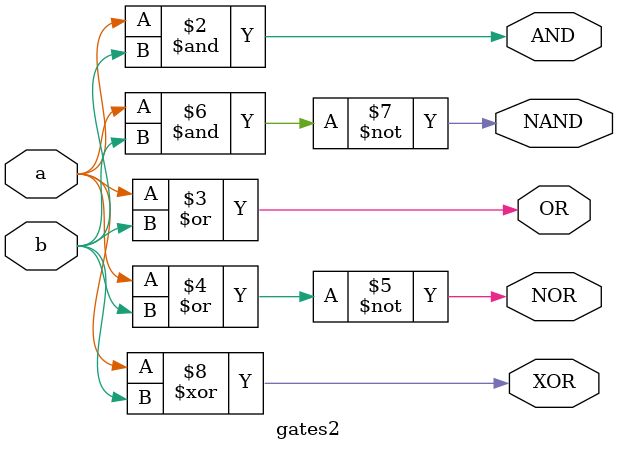
<source format=v>
module gates(
    input a,
    input b,
    output AND,
    output NOR,
    output OR,
    output XOR,
    output NAND
    );
    and a1(AND,a,b);
    or o1(OR,a,b);
    nor n1(NOR,a,b);
    xor x1(XOR,a,b);
    nand n(NAND,a,b);
endmodule  /*Structural modelling*/

module gates1(
    input a,
    input b,
    output AND,
    output OR,
    output NOR,
    output XOR,
    output NAND
);
assign AND=a&b;
assign OR=a|b;
assign NOR=~(a|b);
assign NAND=~(a&b);
assign XOR=a^b;
endmodule  /*Dataflow modelling*/

module gates2(
    input a,
    input b,
    output reg AND,
    output reg OR,
    output reg NOR,
    output reg XOR,
    output reg NAND
);
    always @(*)
    begin
        AND=a&b;
        OR=a|b;
        NOR=~(a|b);
        NAND=~(a&b);
        XOR=a^b;
    end
endmodule  /*Behavioural modelling*/

</source>
